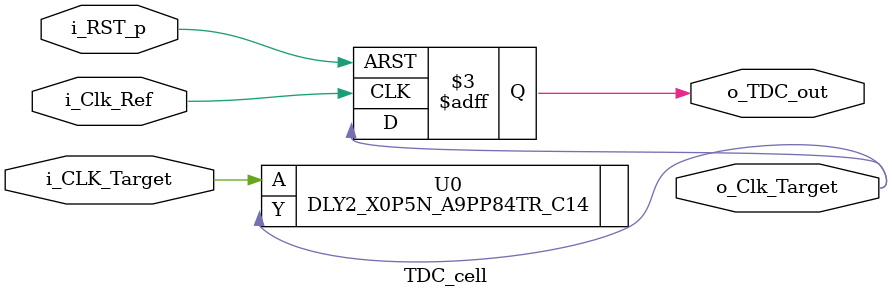
<source format=v>

`timescale 1ps / 100fs

module TDC_48steps(
input wire i_CLK_Target,
input wire i_Clk_Ref,
input wire i_RST_p,
output wire [47:0] o_TDC_out
);

/////////////////// Declare wires between cells ///////////////////
wire [47:0]w_Clk_Conn;

TDC_cell U0(
.i_CLK_Target(i_CLK_Target),
.i_Clk_Ref(i_Clk_Ref),
.i_RST_p(i_RST_p),
.o_Clk_Target(w_Clk_Conn[0]),
.o_TDC_out(o_TDC_out[0])
);

TDC_cell U1(
.i_CLK_Target(w_Clk_Conn[0]),
.i_Clk_Ref(i_Clk_Ref),
.i_RST_p(i_RST_p),
.o_Clk_Target(w_Clk_Conn[1]),
.o_TDC_out(o_TDC_out[1])
);

TDC_cell U2(
.i_CLK_Target(w_Clk_Conn[1]),
.i_Clk_Ref(i_Clk_Ref),
.i_RST_p(i_RST_p),
.o_Clk_Target(w_Clk_Conn[2]),
.o_TDC_out(o_TDC_out[2])
);

TDC_cell U3(
.i_CLK_Target(w_Clk_Conn[2]),
.i_Clk_Ref(i_Clk_Ref),
.i_RST_p(i_RST_p),
.o_Clk_Target(w_Clk_Conn[3]),
.o_TDC_out(o_TDC_out[3])
);

TDC_cell U4(
.i_CLK_Target(w_Clk_Conn[3]),
.i_Clk_Ref(i_Clk_Ref),
.i_RST_p(i_RST_p),
.o_Clk_Target(w_Clk_Conn[4]),
.o_TDC_out(o_TDC_out[4])
);

TDC_cell U5(
.i_CLK_Target(w_Clk_Conn[4]),
.i_Clk_Ref(i_Clk_Ref),
.i_RST_p(i_RST_p),
.o_Clk_Target(w_Clk_Conn[5]),
.o_TDC_out(o_TDC_out[5])
);

TDC_cell U6(
.i_CLK_Target(w_Clk_Conn[5]),
.i_Clk_Ref(i_Clk_Ref),
.i_RST_p(i_RST_p),
.o_Clk_Target(w_Clk_Conn[6]),
.o_TDC_out(o_TDC_out[6])
);

TDC_cell U7(
.i_CLK_Target(w_Clk_Conn[6]),
.i_Clk_Ref(i_Clk_Ref),
.i_RST_p(i_RST_p),
.o_Clk_Target(w_Clk_Conn[7]),
.o_TDC_out(o_TDC_out[7])
);

TDC_cell U8(
.i_CLK_Target(w_Clk_Conn[7]),
.i_Clk_Ref(i_Clk_Ref),
.i_RST_p(i_RST_p),
.o_Clk_Target(w_Clk_Conn[8]),
.o_TDC_out(o_TDC_out[8])
);

TDC_cell U9(
.i_CLK_Target(w_Clk_Conn[8]),
.i_Clk_Ref(i_Clk_Ref),
.i_RST_p(i_RST_p),
.o_Clk_Target(w_Clk_Conn[9]),
.o_TDC_out(o_TDC_out[9])
);

TDC_cell U10(
.i_CLK_Target(w_Clk_Conn[9]),
.i_Clk_Ref(i_Clk_Ref),
.i_RST_p(i_RST_p),
.o_Clk_Target(w_Clk_Conn[10]),
.o_TDC_out(o_TDC_out[10])
);

TDC_cell U11(
.i_CLK_Target(w_Clk_Conn[10]),
.i_Clk_Ref(i_Clk_Ref),
.i_RST_p(i_RST_p),
.o_Clk_Target(w_Clk_Conn[11]),
.o_TDC_out(o_TDC_out[11])
);

TDC_cell U12(
.i_CLK_Target(w_Clk_Conn[11]),
.i_Clk_Ref(i_Clk_Ref),
.i_RST_p(i_RST_p),
.o_Clk_Target(w_Clk_Conn[12]),
.o_TDC_out(o_TDC_out[12])
);

TDC_cell U13(
.i_CLK_Target(w_Clk_Conn[12]),
.i_Clk_Ref(i_Clk_Ref),
.i_RST_p(i_RST_p),
.o_Clk_Target(w_Clk_Conn[13]),
.o_TDC_out(o_TDC_out[13])
);

TDC_cell U14(
.i_CLK_Target(w_Clk_Conn[13]),
.i_Clk_Ref(i_Clk_Ref),
.i_RST_p(i_RST_p),
.o_Clk_Target(w_Clk_Conn[14]),
.o_TDC_out(o_TDC_out[14])
);

TDC_cell U15(
.i_CLK_Target(w_Clk_Conn[14]),
.i_Clk_Ref(i_Clk_Ref),
.i_RST_p(i_RST_p),
.o_Clk_Target(w_Clk_Conn[15]),
.o_TDC_out(o_TDC_out[15])
);

TDC_cell U16(
.i_CLK_Target(w_Clk_Conn[15]),
.i_Clk_Ref(i_Clk_Ref),
.i_RST_p(i_RST_p),
.o_Clk_Target(w_Clk_Conn[16]),
.o_TDC_out(o_TDC_out[16])
);

TDC_cell U17(
.i_CLK_Target(w_Clk_Conn[16]),
.i_Clk_Ref(i_Clk_Ref),
.i_RST_p(i_RST_p),
.o_Clk_Target(w_Clk_Conn[17]),
.o_TDC_out(o_TDC_out[17])
);

TDC_cell U18(
.i_CLK_Target(w_Clk_Conn[17]),
.i_Clk_Ref(i_Clk_Ref),
.i_RST_p(i_RST_p),
.o_Clk_Target(w_Clk_Conn[18]),
.o_TDC_out(o_TDC_out[18])
);

TDC_cell U19(
.i_CLK_Target(w_Clk_Conn[18]),
.i_Clk_Ref(i_Clk_Ref),
.i_RST_p(i_RST_p),
.o_Clk_Target(w_Clk_Conn[19]),
.o_TDC_out(o_TDC_out[19])
);

TDC_cell U20(
.i_CLK_Target(w_Clk_Conn[19]),
.i_Clk_Ref(i_Clk_Ref),
.i_RST_p(i_RST_p),
.o_Clk_Target(w_Clk_Conn[20]),
.o_TDC_out(o_TDC_out[20])
);

TDC_cell U21(
.i_CLK_Target(w_Clk_Conn[20]),
.i_Clk_Ref(i_Clk_Ref),
.i_RST_p(i_RST_p),
.o_Clk_Target(w_Clk_Conn[21]),
.o_TDC_out(o_TDC_out[21])
);

TDC_cell U22(
.i_CLK_Target(w_Clk_Conn[21]),
.i_Clk_Ref(i_Clk_Ref),
.i_RST_p(i_RST_p),
.o_Clk_Target(w_Clk_Conn[22]),
.o_TDC_out(o_TDC_out[22])
);

TDC_cell U23(
.i_CLK_Target(w_Clk_Conn[22]),
.i_Clk_Ref(i_Clk_Ref),
.i_RST_p(i_RST_p),
.o_Clk_Target(w_Clk_Conn[23]),
.o_TDC_out(o_TDC_out[23])
);

TDC_cell U24(
.i_CLK_Target(w_Clk_Conn[23]),
.i_Clk_Ref(i_Clk_Ref),
.i_RST_p(i_RST_p),
.o_Clk_Target(w_Clk_Conn[24]),
.o_TDC_out(o_TDC_out[24])
);

TDC_cell U25(
.i_CLK_Target(w_Clk_Conn[24]),
.i_Clk_Ref(i_Clk_Ref),
.i_RST_p(i_RST_p),
.o_Clk_Target(w_Clk_Conn[25]),
.o_TDC_out(o_TDC_out[25])
);

TDC_cell U26(
.i_CLK_Target(w_Clk_Conn[25]),
.i_Clk_Ref(i_Clk_Ref),
.i_RST_p(i_RST_p),
.o_Clk_Target(w_Clk_Conn[26]),
.o_TDC_out(o_TDC_out[26])
);

TDC_cell U27(
.i_CLK_Target(w_Clk_Conn[26]),
.i_Clk_Ref(i_Clk_Ref),
.i_RST_p(i_RST_p),
.o_Clk_Target(w_Clk_Conn[27]),
.o_TDC_out(o_TDC_out[27])
);

TDC_cell U28(
.i_CLK_Target(w_Clk_Conn[27]),
.i_Clk_Ref(i_Clk_Ref),
.i_RST_p(i_RST_p),
.o_Clk_Target(w_Clk_Conn[28]),
.o_TDC_out(o_TDC_out[28])
);

TDC_cell U29(
.i_CLK_Target(w_Clk_Conn[28]),
.i_Clk_Ref(i_Clk_Ref),
.i_RST_p(i_RST_p),
.o_Clk_Target(w_Clk_Conn[29]),
.o_TDC_out(o_TDC_out[29])
);

TDC_cell U30(
.i_CLK_Target(w_Clk_Conn[29]),
.i_Clk_Ref(i_Clk_Ref),
.i_RST_p(i_RST_p),
.o_Clk_Target(w_Clk_Conn[30]),
.o_TDC_out(o_TDC_out[30])
);

TDC_cell U31(
.i_CLK_Target(w_Clk_Conn[30]),
.i_Clk_Ref(i_Clk_Ref),
.i_RST_p(i_RST_p),
.o_Clk_Target(w_Clk_Conn[31]),
.o_TDC_out(o_TDC_out[31])
);

TDC_cell U32(
.i_CLK_Target(w_Clk_Conn[31]),
.i_Clk_Ref(i_Clk_Ref),
.i_RST_p(i_RST_p),
.o_Clk_Target(w_Clk_Conn[32]),
.o_TDC_out(o_TDC_out[32])
);

TDC_cell U33(
.i_CLK_Target(w_Clk_Conn[32]),
.i_Clk_Ref(i_Clk_Ref),
.i_RST_p(i_RST_p),
.o_Clk_Target(w_Clk_Conn[33]),
.o_TDC_out(o_TDC_out[33])
);

TDC_cell U34(
.i_CLK_Target(w_Clk_Conn[33]),
.i_Clk_Ref(i_Clk_Ref),
.i_RST_p(i_RST_p),
.o_Clk_Target(w_Clk_Conn[34]),
.o_TDC_out(o_TDC_out[34])
);

TDC_cell U35(
.i_CLK_Target(w_Clk_Conn[34]),
.i_Clk_Ref(i_Clk_Ref),
.i_RST_p(i_RST_p),
.o_Clk_Target(w_Clk_Conn[35]),
.o_TDC_out(o_TDC_out[35])
);

TDC_cell U36(
.i_CLK_Target(w_Clk_Conn[35]),
.i_Clk_Ref(i_Clk_Ref),
.i_RST_p(i_RST_p),
.o_Clk_Target(w_Clk_Conn[36]),
.o_TDC_out(o_TDC_out[36])
);

TDC_cell U37(
.i_CLK_Target(w_Clk_Conn[36]),
.i_Clk_Ref(i_Clk_Ref),
.i_RST_p(i_RST_p),
.o_Clk_Target(w_Clk_Conn[37]),
.o_TDC_out(o_TDC_out[37])
);

TDC_cell U38(
.i_CLK_Target(w_Clk_Conn[37]),
.i_Clk_Ref(i_Clk_Ref),
.i_RST_p(i_RST_p),
.o_Clk_Target(w_Clk_Conn[38]),
.o_TDC_out(o_TDC_out[38])
);

TDC_cell U39(
.i_CLK_Target(w_Clk_Conn[38]),
.i_Clk_Ref(i_Clk_Ref),
.i_RST_p(i_RST_p),
.o_Clk_Target(w_Clk_Conn[39]),
.o_TDC_out(o_TDC_out[39])
);

TDC_cell U40(
.i_CLK_Target(w_Clk_Conn[39]),
.i_Clk_Ref(i_Clk_Ref),
.i_RST_p(i_RST_p),
.o_Clk_Target(w_Clk_Conn[40]),
.o_TDC_out(o_TDC_out[40])
);

TDC_cell U41(
.i_CLK_Target(w_Clk_Conn[40]),
.i_Clk_Ref(i_Clk_Ref),
.i_RST_p(i_RST_p),
.o_Clk_Target(w_Clk_Conn[41]),
.o_TDC_out(o_TDC_out[41])
);

TDC_cell U42(
.i_CLK_Target(w_Clk_Conn[41]),
.i_Clk_Ref(i_Clk_Ref),
.i_RST_p(i_RST_p),
.o_Clk_Target(w_Clk_Conn[42]),
.o_TDC_out(o_TDC_out[42])
);

TDC_cell U43(
.i_CLK_Target(w_Clk_Conn[42]),
.i_Clk_Ref(i_Clk_Ref),
.i_RST_p(i_RST_p),
.o_Clk_Target(w_Clk_Conn[43]),
.o_TDC_out(o_TDC_out[43])
);

TDC_cell U44(
.i_CLK_Target(w_Clk_Conn[43]),
.i_Clk_Ref(i_Clk_Ref),
.i_RST_p(i_RST_p),
.o_Clk_Target(w_Clk_Conn[44]),
.o_TDC_out(o_TDC_out[44])
);

TDC_cell U45(
.i_CLK_Target(w_Clk_Conn[44]),
.i_Clk_Ref(i_Clk_Ref),
.i_RST_p(i_RST_p),
.o_Clk_Target(w_Clk_Conn[45]),
.o_TDC_out(o_TDC_out[45])
);

TDC_cell U46(
.i_CLK_Target(w_Clk_Conn[45]),
.i_Clk_Ref(i_Clk_Ref),
.i_RST_p(i_RST_p),
.o_Clk_Target(w_Clk_Conn[46]),
.o_TDC_out(o_TDC_out[46])
);

TDC_cell U47(
.i_CLK_Target(w_Clk_Conn[46]),
.i_Clk_Ref(i_Clk_Ref),
.i_RST_p(i_RST_p),
.o_Clk_Target(w_Clk_Conn[47]),
.o_TDC_out(o_TDC_out[47])
);

endmodule

module TDC_cell(
input wire i_CLK_Target,
input wire i_Clk_Ref,
input wire i_RST_p,
output wire o_Clk_Target,
output reg o_TDC_out
); 

DLY2_X0P5N_A9PP84TR_C14 U0(
.A(i_CLK_Target),
.Y(o_Clk_Target)
); 

always @ (posedge i_Clk_Ref or posedge i_RST_p)
begin
    if(i_RST_p == 1)
        o_TDC_out <= 1'b0;
    else
        o_TDC_out <= o_Clk_Target;
end 

endmodule 


</source>
